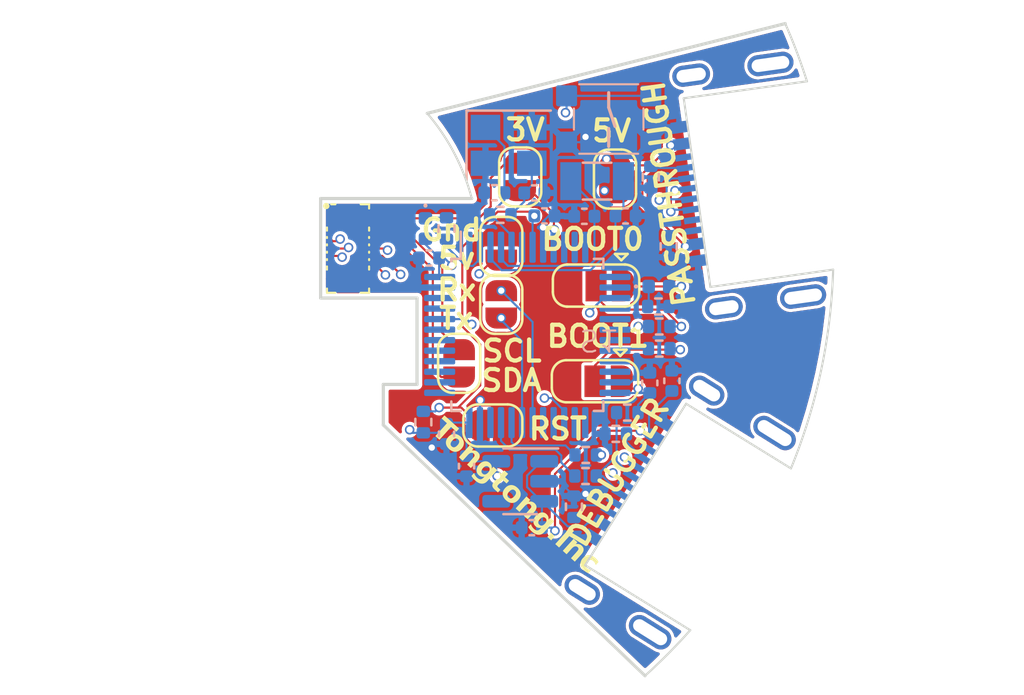
<source format=kicad_pcb>
(kicad_pcb (version 20221018) (generator pcbnew)
  (layers (0 "F.Cu" signal) (1 "In1.Cu" signal) (2 "In2.Cu" signal) (31 "B.Cu" signal) (34 "B.Paste" user) (35 "F.Paste" user) (36 "B.SilkS" user "B.Silkscreen") (37 "F.SilkS" user "F.Silkscreen") (38 "B.Mask" user) (39 "F.Mask" user) (44 "Edge.Cuts" user))
  (net 0 "")
  (net 1 "GND")
  (net 2 "/OSCIN")
  (net 3 "/OSCOUT")
  (net 4 "3.3V")
  (net 5 "Net-(JP1-A)")
  (net 6 "5V")
  (net 7 "Net-(D2-K)")
  (net 8 "Net-(J1-CC1)")
  (net 9 "/USBDP")
  (net 10 "/USBDM")
  (net 11 "Net-(J1-CC2)")
  (net 13 "/BOOT1")
  (net 14 "/BOOT0")
  (net 15 "3VB")
  (net 16 "5V(2)")
  (net 17 "Net-(J2-CC1)")
  (net 18 "Net-(U2-PC14)")
  (net 19 "Net-(U2-PC15)")
  (net 20 "Net-(D1-K)")
  (net 21 "Net-(U2-BOOT0)")
  (net 22 "Net-(U2-PB2)")
  (net 23 "Net-(U2-PC13)")
  (net 24 "Net-(U2-PA11)")
  (net 25 "Net-(U2-PA12)")
  (net 42 "/A9")
  (net 43 "/A10")
  (net 54 "D+")
  (net 55 "D-")
  (net 56 "Net-(J2-CC2)")
  (net 58 "VDD_nRF")
  (net 59 "swc")
  (net 60 "swd")
  (net 61 "RESET")
  (net 62 "SCL")
  (net 63 "SDA")
  (footprint "Jumper:SolderJumper-3_P1.3mm_Open_RoundedPad1.0x1.5mm" (layer "F.Cu") (at 145.75 61.5575 180)
    (fp_text reference "JP2" hide)
    (fp_text value "Jumper_3_Open")
  )
  (footprint "Jumper:SolderJumper-3_P1.3mm_Open_RoundedPad1.0x1.5mm" (layer "F.Cu") (at 145.7 66.1 180)
    (fp_text reference "JP3" hide)
    (fp_text value "Jumper_3_Open")
  )
  (footprint "Jumper:SolderJumper-2_P1.3mm_Open_RoundedPad1.0x1.5mm" (layer "F.Cu") (at 141.25 62.45 90)
    (fp_text reference "JP7" hide)
    (fp_text value "SolderJumper_2_Open")
  )
  (footprint "Jumper:SolderJumper-2_P1.3mm_Open_RoundedPad1.0x1.5mm" (layer "F.Cu") (at 140.85 68.2)
    (fp_text reference "JP1" hide)
    (fp_text value "SolderJumper_2_Open")
  )
  (footprint "Jumper:SolderJumper-2_P1.3mm_Bridged_RoundedPad1.0x1.5mm" (layer "F.Cu") (at 146.65 56.5 90)
    (fp_text reference "JP5" hide)
    (fp_text value "Jumper_2_Bridged")
  )
  (footprint "Jumper:SolderJumper-2_P1.3mm_Open_RoundedPad1.0x1.5mm" (layer "F.Cu") (at 139.25 65.25 90)
    (fp_text reference "JP7" hide)
    (fp_text value "SolderJumper_2_Open")
  )
  (footprint "Jumper:SolderJumper-2_P1.3mm_Open_RoundedPad1.0x1.5mm" (layer "F.Cu") (at 141.25 59.7 90)
    (fp_text reference "JP7" hide)
    (fp_text value "SolderJumper_2_Open")
  )
  (footprint "Library:BK13C06-10DS" (layer "F.Cu") (at 133.975 59.8 -90)
    (fp_text reference "U3" hide)
    (fp_text value "~")
  )
  (footprint "Jumper:SolderJumper-2_P1.3mm_Open_RoundedPad1.0x1.5mm" (layer "F.Cu") (at 142.15 56.4 90)
    (fp_text reference "JP4" hide)
    (fp_text value "Jumper_2_Open")
  )
  (footprint "Capacitor_SMD:C_0402_1005Metric" (layer "B.Cu") (at 149.35 66.08 -90)
    (fp_text reference "C1" hide)
    (fp_text value "100nF")
  )
  (footprint "Library:button 3x3" (layer "B.Cu") (at 146.35 53.65)
    (fp_text reference "S1")
    (fp_text value "Button")
  )
  (footprint "Capacitor_SMD:C_0402_1005Metric" (layer "B.Cu") (at 147.15 58.25 180)
    (fp_text reference "C3" hide)
    (fp_text value "12pF")
  )
  (footprint "Resistor_SMD:R_0402_1005Metric" (layer "B.Cu") (at 137.55 68.040001 90)
    (fp_text reference "R4" hide)
    (fp_text value "10k")
  )
  (footprint "Crystal:Crystal_SMD_3215-2Pin_3.2x1.5mm" (layer "B.Cu") (at 145.8 56.6)
    (fp_text reference "Y1" hide)
    (fp_text value "32.768KHZ")
  )
  (footprint "Resistor_SMD:R_0402_1005Metric" (layer "B.Cu") (at 147.234721 67.588413 180)
    (fp_text reference "R11" hide)
    (fp_text value "1.5K")
  )
  (footprint "Package_TO_SOT_SMD:SOT-23-5" (layer "B.Cu") (at 142.15 70.85 180)
    (fp_text reference "U1" hide)
    (fp_text value "AP2112K-3.3")
  )
  (footprint "Resistor_SMD:R_0402_1005Metric" (layer "B.Cu") (at 144.7 72.06 -90)
    (fp_text reference "R9" hide)
    (fp_text value "5.1K")
  )
  (footprint "Capacitor_SMD:C_0402_1005Metric" (layer "B.Cu") (at 142.819763 57.160534 180)
    (fp_text reference "C10" hide)
    (fp_text value "9pF")
  )
  (footprint "Capacitor_SMD:C_0402_1005Metric" (layer "B.Cu") (at 138.65 68.6 90)
    (fp_text reference "C8" hide)
    (fp_text value "100nF")
  )
  (footprint "Resistor_SMD:R_0402_1005Metric" (layer "B.Cu") (at 145.25 70.6)
    (fp_text reference "R6" hide)
    (fp_text value "22Ω")
  )
  (footprint "Capacitor_SMD:C_0402_1005Metric" (layer "B.Cu") (at 143.3 58.25 180)
    (fp_text reference "C5" hide)
    (fp_text value "100nF")
  )
  (footprint "LED_SMD:LED_0402_1005Metric" (layer "B.Cu") (at 137.65 58.85 -90)
    (fp_text reference "D1" hide)
    (fp_text value "BLUE")
  )
  (footprint "Capacitor_SMD:C_0402_1005Metric" (layer "B.Cu") (at 139.6 70.13 90)
    (fp_text reference "C6" hide)
    (fp_text value "10uF")
  )
  (footprint "Capacitor_SMD:C_0402_1005Metric" (layer "B.Cu") (at 145.194714 58.268919 180)
    (fp_text reference "C4" hide)
    (fp_text value "12pF")
  )
  (footprint "Package_QFP:LQFP-48_7x7mm_P0.5mm" (layer "B.Cu") (at 142.4875 63.9 -90)
    (fp_text reference "U2" hide)
    (fp_text value "STM32F103C8Tx")
  )
  (footprint "Resistor_SMD:R_0402_1005Metric" (layer "B.Cu") (at 148.709999 62.55)
    (fp_text reference "R8" hide)
    (fp_text value "510Ω")
  )
  (footprint "Capacitor_SMD:C_0402_1005Metric" (layer "B.Cu") (at 137.82 60.25)
    (fp_text reference "C7" hide)
    (fp_text value "100nF")
  )
  (footprint "Library:USB-C_C168688" (layer "B.Cu") (at 147.6273 71.0044 58)
    (fp_text reference "J1" hide)
    (fp_text value "USB_C_Receptacle_USB2.0")
  )
  (footprint "Capacitor_SMD:C_0402_1005Metric" (layer "B.Cu") (at 148.3 66.18 -90)
    (fp_text reference "C9" hide)
    (fp_text value "100nF")
  )
  (footprint "Crystal:Crystal_SMD_3225-4Pin_3.2x2.5mm" (layer "B.Cu") (at 141.6 54.9)
    (fp_text reference "Y2" hide)
    (fp_text value "8Mhz")
  )
  (footprint "Capacitor_SMD:C_0402_1005Metric" (layer "B.Cu") (at 142.7 73.05)
    (fp_text reference "C2" hide)
    (fp_text value "10uF")
  )
  (footprint "LED_SMD:LED_0402_1005Metric" (layer "B.Cu") (at 148.735 61.6)
    (fp_text reference "D2" hide)
    (fp_text value "BLUE")
  )
  (footprint "Capacitor_SMD:C_0402_1005Metric" (layer "B.Cu") (at 140.92 57.15)
    (fp_text reference "C11" hide)
    (fp_text value "9pF")
  )
  (footprint "Resistor_SMD:R_0402_1005Metric" (layer "B.Cu") (at 138.65 58.85 -90)
    (fp_text reference "R3" hide)
    (fp_text value "510Ω")
  )
  (footprint "Resistor_SMD:R_0402_1005Metric" (layer "B.Cu") (at 148.35 56.409999 90)
    (fp_text reference "R13" hide)
    (fp_text value "5.1K")
  )
  (footprint "Resistor_SMD:R_0402_1005Metric" (layer "B.Cu") (at 145.259999 69.6)
    (fp_text reference "R5" hide)
    (fp_text value "22Ω")
  )
  (footprint "Library:USB-C_C168688" (layer "B.Cu") (at 150.5464 57.1527 98)
    (fp_text reference "J2" hide)
    (fp_text value "USB_C_Receptacle_USB2.0")
  )
  (footprint "Resistor_SMD:R_0402_1005Metric" (layer "B.Cu") (at 148.75 64.55 180)
    (fp_text reference "R2" hide)
    (fp_text value "10k")
  )
  (footprint "Resistor_SMD:R_0402_1005Metric" (layer "B.Cu") (at 148.75 63.5 180)
    (fp_text reference "R1" hide)
    (fp_text value "10k")
  )
  (footprint "Resistor_SMD:R_0402_1005Metric" (layer "B.Cu") (at 146.685532 68.598922)
    (fp_text reference "R10" hide)
    (fp_text value "5.1K")
  )
  (footprint "Resistor_SMD:R_0402_1005Metric" (layer "B.Cu") (at 141.2 58.2 180)
    (fp_text reference "R7" hide)
    (fp_text value "1M")
  )
  (footprint "Resistor_SMD:R_0402_1005Metric" (layer "B.Cu") (at 149.2 59.7 90)
    (fp_text reference "R12" hide)
    (fp_text value "5.1K")
  )
  (gr_line (start 146.35 52.4) (end 146.35 53.1) (stroke (width 0.15)) (layer "B.SilkS"))
  (gr_line (start 146.35 54.1) (end 146.35 54.95) (stroke (width 0.15)) (layer "B.SilkS"))
  (gr_line (start 146.35 53.1) (end 146.65 54) (stroke (width 0.15)) (layer "B.SilkS"))
  (gr_line (start 149.912796 52.66442) (end 151.176938 61.624566) (stroke (width 0.1)) (layer "Edge.Cuts"))
  (gr_line (start 145.232796 74.834851) (end 150.02475 67.167412) (stroke (width 0.1)) (layer "Edge.Cuts"))
  (gr_line (start 135.649985 68.175008) (end 148.074432 80.082702) (stroke (width 0.15)) (layer "Edge.Cuts"))
  (gr_line (start 157.00666 60.800197) (end 151.176938 61.624566) (stroke (width 0.1)) (layer "Edge.Cuts"))
  (gr_line (start 132.674985 62.15) (end 132.674985 57.425008) (stroke (width 0.15)) (layer "Edge.Cuts"))
  (gr_line (start 137.249985 66.250008) (end 137.249985 62.15) (stroke (width 0.15)) (layer "Edge.Cuts"))
  (gr_arc (start 157.00666 60.800197) (mid 157.003515 60.900105) (end 157 61) (stroke (width 0.1)) (layer "Edge.Cuts"))
  (gr_arc (start 154.73045 49.118602) (mid 155.284265 50.476035) (end 155.763636 51.861509) (stroke (width 0.1)) (layer "Edge.Cuts"))
  (gr_line (start 135.649985 68.175008) (end 135.649985 66.250008) (stroke (width 0.15)) (layer "Edge.Cuts"))
  (gr_line (start 135.649985 66.250008) (end 137.249985 66.250008) (stroke (width 0.15)) (layer "Edge.Cuts"))
  (gr_line (start 150.02475 67.167412) (end 155.002941 70.239773) (stroke (width 0.1)) (layer "Edge.Cuts"))
  (gr_line (start 155.763636 51.861509) (end 149.912796 52.66442) (stroke (width 0.1)) (layer "Edge.Cuts"))
  (gr_arc (start 150.221459 77.91901) (mid 149.178563 79.031237) (end 148.074432 80.082701) (stroke (width 0.1)) (layer "Edge.Cuts"))
  (gr_arc (start 157 61) (mid 156.408707 65.707906) (end 155.002941 70.239773) (stroke (width 0.1)) (layer "Edge.Cuts"))
  (gr_arc (start 137.735616 53.38086) (mid 139.022312 55.28294) (end 139.849984 57.425008) (stroke (width 0.1)) (layer "Edge.Cuts"))
  (gr_line (start 137.735616 53.38086) (end 154.73045 49.118602) (stroke (width 0.15)) (layer "Edge.Cuts"))
  (gr_line (start 132.674985 57.425008) (end 139.849984 57.425008) (stroke (width 0.15)) (layer "Edge.Cuts"))
  (gr_line (start 150.221459 77.91901) (end 145.232796 74.834851) (stroke (width 0.1)) (layer "Edge.Cuts"))
  (gr_line (start 132.674985 62.15) (end 137.249985 62.15) (stroke (width 0.15)) (layer "Edge.Cuts"))
  (gr_text "5v" (at 138.15 60.85) (layer "F.SilkS") (effects (font (size 1 1) (thickness 0.2) bold) (justify left bottom)))
  (gr_text "5V" (at 145.45 54.8) (layer "F.SilkS") (effects (font (size 1 1) (thickness 0.2) bold) (justify left bottom)))
  (gr_text "Tongtong.inc" (at 137.75 68.6 -42) (layer "F.SilkS") (effects (font (size 1 1) (thickness 0.2) bold) (justify left bottom)))
  (gr_text "PASSTHROUGH" (at 150.55 62.55 98) (layer "F.SilkS") (effects (font (size 1 1) (thickness 0.2) bold) (justify left bottom)))
  (gr_text "RST" (at 142.45 68.95) (layer "F.SilkS") (effects (font (size 1 1) (thickness 0.2) bold) (justify left bottom)))
  (gr_text "Rx" (at 138.1 62.35) (layer "F.SilkS") (effects (font (size 1 1) (thickness 0.2) bold) (justify left bottom)))
  (gr_text "SDA" (at 140.2 66.65) (layer "F.SilkS") (effects (font (size 1 1) (thickness 0.2) bold) (justify left bottom)))
  (gr_text "SCL\n" (at 140.25 65.25) (layer "F.SilkS") (effects (font (size 1 1) (thickness 0.2) bold) (justify left bottom)))
  (gr_text "DEBUGGER" (at 145.2 74.2 59) (layer "F.SilkS") (effects (font (size 1 1) (thickness 0.2) bold) (justify left bottom)))
  (gr_text "Tx" (at 138.2 63.7) (layer "F.SilkS") (effects (font (size 1 1) (thickness 0.2) bold) (justify left bottom)))
  (gr_text "BOOT0" (at 143.05 59.95) (layer "F.SilkS") (effects (font (size 1 1) (thickness 0.2) bold) (justify left bottom)))
  (gr_text "BOOT1" (at 143.3 64.55) (layer "F.SilkS") (effects (font (size 1 1) (thickness 0.2) bold) (justify left bottom)))
  (gr_text "3V" (at 141.35 54.75) (layer "F.SilkS") (effects (font (size 1 1) (thickness 0.2) bold) (justify left bottom)))
  (gr_text "Gnd" (at 137.35 59.5) (layer "F.SilkS") (effects (font (size 1 1) (thickness 0.2) bold) (justify left bottom)))
  (via (at 143.233206 58.795658) (size 0.45) (drill 0.3) (layers "F.Cu" "B.Cu") (net 1))
  (via (at 145.25 71.45) (size 0.45) (drill 0.3) (layers "F.Cu" "B.Cu") (net 1))
  (via (at 140.25 67) (size 0.45) (drill 0.3) (layers "F.Cu" "B.Cu") (net 1))
  (via (at 145.25 54.5) (size 0.45) (drill 0.3) (layers "F.Cu" "B.Cu") (net 1))
  (via (at 137.95 69.25) (size 0.45) (drill 0.3) (layers "F.Cu" "B.Cu") (net 1))
  (segment (start 143.233206 58.795658) (end 143.233206 58.516794) (width 0.1) (layer "B.Cu") (net 1))
  (segment (start 140.2375 67.0125) (end 140.25 67) (width 0.1) (layer "B.Cu") (net 1))
  (segment (start 146.65 66.15) (end 147.4 66.15) (width 0.1) (layer "B.Cu") (net 1))
  (segment (start 138.12 69.08) (end 137.95 69.25) (width 0.1) (layer "B.Cu") (net 1))
  (segment (start 144 70.85) (end 144.7 71.55) (width 0.1) (layer "B.Cu") (net 1))
  (segment (start 143.5 58.25) (end 143.78 58.25) (width 0.1) (layer "B.Cu") (net 1))
  (segment (start 138.65 69.08) (end 138.12 69.08) (width 0.1) (layer "B.Cu") (net 1))
  (segment (start 144.7 71.55) (end 145.15 71.55) (width 0.1) (layer "B.Cu") (net 1))
  (segment (start 145 54.75) (end 145.25 54.5) (width 0.1) (layer "B.Cu") (net 1))
  (segment (start 140.2375 68.0625) (end 140.2375 67.0125) (width 0.1) (layer "B.Cu") (net 1))
  (segment (start 144.35 54.75) (end 145 54.75) (width 0.1) (layer "B.Cu") (net 1))
  (segment (start 143.2375 58.799952) (end 143.233206 58.795658) (width 0.1) (layer "B.Cu") (net 1))
  (segment (start 143.233206 58.516794) (end 143.5 58.25) (width 0.1) (layer "B.Cu") (net 1))
  (segment (start 143.2875 70.85) (end 144 70.85) (width 0.1) (layer "B.Cu") (net 1))
  (segment (start 147.4 66.15) (end 147.85 65.7) (width 0.1) (layer "B.Cu") (net 1))
  (segment (start 145.15 71.55) (end 145.25 71.45) (width 0.1) (layer "B.Cu") (net 1))
  (segment (start 143.2375 59.7375) (end 143.2375 58.799952) (width 0.1) (layer "B.Cu") (net 1))
  (segment (start 147.85 65.7) (end 148.3 65.7) (width 0.1) (layer "B.Cu") (net 1))
  (segment (start 141.71 58.2) (end 142.2375 58.7275) (width 0.1) (layer "B.Cu") (net 2))
  (segment (start 142.2375 58.7275) (end 142.2375 59.7375) (width 0.1) (layer "B.Cu") (net 2))
  (segment (start 142.339763 57.160534) (end 142.7 56.800297) (width 0.1) (layer "B.Cu") (net 2))
  (segment (start 142.7 56.800297) (end 142.7 55.75) (width 0.1) (layer "B.Cu") (net 2))
  (segment (start 141.71 58.2) (end 142.339763 57.570237) (width 0.1) (layer "B.Cu") (net 2))
  (segment (start 142.339763 57.570237) (end 142.339763 57.160534) (width 0.1) (layer "B.Cu") (net 2))
  (segment (start 141.4 57.49) (end 141.4 57.15) (width 0.1) (layer "B.Cu") (net 3))
  (segment (start 141.7375 59.181802) (end 140.755698 58.2) (width 0.1) (layer "B.Cu") (net 3))
  (segment (start 141.4 57.15) (end 141.4 54.95) (width 0.1) (layer "B.Cu") (net 3))
  (segment (start 141.7375 59.7375) (end 141.7375 59.181802) (width 0.1) (layer "B.Cu") (net 3))
  (segment (start 140.69 58.2) (end 141.4 57.49) (width 0.1) (layer "B.Cu") (net 3))
  (segment (start 140.755698 58.2) (end 140.69 58.2) (width 0.1) (layer "B.Cu") (net 3))
  (segment (start 141.4 54.95) (end 140.5 54.05) (width 0.1) (layer "B.Cu") (net 3))
  (segment (start 147.75 66.45) (end 147.35 66.45) (width 0.1) (layer "F.Cu") (net 4))
  (segment (start 147.05 61.5575) (end 147.0925 61.6) (width 0.1) (layer "F.Cu") (net 4))
  (segment (start 143.75 58.15) (end 143.75 58.9) (width 0.1) (layer "F.Cu") (net 4))
  (segment (start 142.15 57.05) (end 142.65 57.05) (width 0.1) (layer "F.Cu") (net 4))
  (segment (start 142.65 57.05) (end 143.75 58.15) (width 0.1) (layer "F.Cu") (net 4))
  (segment (start 147.0925 61.6) (end 149.8 61.6) (width 0.1) (layer "F.Cu") (net 4))
  (segment (start 147.35 66.45) (end 147 66.1) (width 0.1) (layer "F.Cu") (net 4))
  (via (at 138.9 60.6) (size 0.45) (drill 0.3) (layers "F.Cu" "B.Cu") (net 4))
  (via (at 141.05 70.6) (size 0.45) (drill 0.3) (layers "F.Cu" "B.Cu") (net 4))
  (via (at 143.771839 58.904409) (size 0.45) (drill 0.3) (layers "F.Cu" "B.Cu") (net 4))
  (via (at 147.75 66.45) (size 0.45) (drill 0.3) (layers "F.Cu" "B.Cu") (net 4))
  (via (at 149.8 61.6) (size 0.45) (drill 0.3) (layers "F.Cu" "B.Cu") (net 4))
  (via (at 136.9 68.4) (size 0.45) (drill 0.3) (layers "F.Cu" "B.Cu") (net 4))
  (segment (start 139.6 68.2) (end 139.7375 68.0625) (width 0.1) (layer "B.Cu") (net 4))
  (segment (start 138.65 68.12) (end 138.7075 68.0625) (width 0.1) (layer "B.Cu") (net 4))
  (segment (start 137.050001 68.550001) (end 136.9 68.4) (width 0.1) (layer "B.Cu") (net 4))
  (segment (start 147.96 66.66) (end 147.75 66.45) (width 0.1) (layer "B.Cu") (net 4))
  (segment (start 137.55 68.550001) (end 137.050001 68.550001) (width 0.1) (layer "B.Cu") (net 4))
  (segment (start 149.22 61.6) (end 149.8 61.6) (width 0.1) (layer "B.Cu") (net 4))
  (segment (start 146.66 66.66) (end 146.65 66.65) (width 0.1) (layer "B.Cu") (net 4))
  (segment (start 137.65 59.335) (end 137.65 59.6) (width 0.1) (layer "B.Cu") (net 4))
  (segment (start 138.3 61.125) (end 138.325 61.15) (width 0.1) (layer "B.Cu") (net 4))
  (segment (start 141.0125 69.9) (end 141.0125 70.5625) (width 0.1) (layer "B.Cu") (net 4))
  (segment (start 148.3 66.66) (end 147.96 66.66) (width 0.1) (layer "B.Cu") (net 4))
  (segment (start 138.3 60.25) (end 138.55 60.25) (width 0.1) (layer "B.Cu") (net 4))
  (segment (start 139.6 69.65) (end 139.85 69.9) (width 0.1) (layer "B.Cu") (net 4))
  (segment (start 138.7075 68.0625) (end 139.7375 68.0625) (width 0.1) (layer "B.Cu") (net 4))
  (segment (start 143.7375 59.7375) (end 143.7375 58.938748) (width 0.1) (layer "B.Cu") (net 4))
  (segment (start 139.85 69.9) (end 141.0125 69.9) (width 0.1) (layer "B.Cu") (net 4))
  (segment (start 137.55 68.550001) (end 138.219999 68.550001) (width 0.1) (layer "B.Cu") (net 4))
  (segment (start 147.744721 67.215279) (end 148.3 66.66) (width 0.1) (layer "B.Cu") (net 4))
  (segment (start 137.65 59.6) (end 138.3 60.25) (width 0.1) (layer "B.Cu") (net 4))
  (segment (start 141.0125 70.5625) (end 141.05 70.6) (width 0.1) (layer "B.Cu") (net 4))
  (segment (start 138.219999 68.550001) (end 138.65 68.12) (width 0.1) (layer "B.Cu") (net 4))
  (segment (start 138.3 60.25) (end 138.3 61.125) (width 0.1) (layer "B.Cu") (net 4))
  (segment (start 139.6 69.65) (end 139.6 68.2) (width 0.1) (layer "B.Cu") (net 4))
  (segment (start 148.3 66.66) (end 146.66 66.66) (width 0.1) (layer "B.Cu") (net 4))
  (segment (start 147.744721 67.588413) (end 147.744721 67.215279) (width 0.1) (layer "B.Cu") (net 4))
  (segment (start 143.7375 58.938748) (end 143.771839 58.904409) (width 0.1) (layer "B.Cu") (net 4))
  (segment (start 138.55 60.25) (end 138.9 60.6) (width 0.1) (layer "B.Cu") (net 4))
  (segment (start 139.2 67.35) (end 140.25 66.3) (width 0.1) (layer "F.Cu") (net 5))
  (segment (start 139.35 67.35) (end 138.3 67.35) (width 0.1) (layer "F.Cu") (net 5))
  (segment (start 139.4 59.730761) (end 141.080761 58.05) (width 0.1) (layer "F.Cu") (net 5))
  (segment (start 140.25 66.3) (end 140.25 64.35) (width 0.1) (layer "F.Cu") (net 5))
  (segment (start 140.25 64.35) (end 139.4 63.5) (width 0.1) (layer "F.Cu") (net 5))
  (segment (start 140.2 68.2) (end 139.35 67.35) (width 0.1) (layer "F.Cu") (net 5))
  (segment (start 139.4 63.5) (end 139.4 59.730761) (width 0.1) (layer "F.Cu") (net 5))
  (segment (start 138.3 67.35) (end 139.2 67.35) (width 0.1) (layer "F.Cu") (net 5))
  (segment (start 142.62 58.05) (end 142.82 58.25) (width 0.1) (layer "F.Cu") (net 5))
  (segment (start 141.080761 58.05) (end 142.62 58.05) (width 0.1) (layer "F.Cu") (net 5))
  (via (at 142.82 58.25) (size 0.45) (drill 0.3) (layers "F.Cu" "B.Cu") (net 5))
  (via (at 138.3 67.35) (size 0.45) (drill 0.3) (layers "F.Cu" "B.Cu") (net 5))
  (segment (start 137.55 67.530001) (end 138.119999 67.530001) (width 0.1) (layer "B.Cu") (net 5))
  (segment (start 142.7375 58.3325) (end 142.7375 59.7375) (width 0.1) (layer "B.Cu") (net 5))
  (segment (start 138.119999 67.530001) (end 138.3 67.35) (width 0.1) (layer "B.Cu") (net 5))
  (segment (start 142.82 58.25) (end 142.7375 58.3325) (width 0.1) (layer "B.Cu") (net 5))
  (segment (start 145.85 68.45) (end 143.8 70.5) (width 0.1) (layer "F.Cu") (net 6))
  (segment (start 143.8 70.5) (end 143.8 73.2) (width 0.1) (layer "F.Cu") (net 6))
  (segment (start 140.85 60.35) (end 140.2 61) (width 0.1) (layer "F.Cu") (net 6))
  (segment (start 141.25 60.35) (end 140.85 60.35) (width 0.1) (layer "F.Cu") (net 6))
  (segment (start 147.85 68.45) (end 145.85 68.45) (width 0.1) (layer "F.Cu") (net 6))
  (via (at 147.85 68.45) (size 0.45) (drill 0.3) (layers "F.Cu" "B.Cu") (net 6))
  (via (at 143.8 73.2) (size 0.45) (drill 0.3) (layers "F.Cu" "B.Cu") (net 6))
  (via (at 146.15 57.05) (size 0.45) (drill 0.3) (layers "F.Cu" "B.Cu") (net 6))
  (via (at 140.2 61) (size 0.45) (drill 0.3) (layers "F.Cu" "B.Cu") (net 6))
  (segment (start 143.18 73.05) (end 143.65 73.05) (width 0.1) (layer "B.Cu") (net 6))
  (segment (start 148.266954 67.643046) (end 149.35 66.56) (width 0.1) (layer "B.Cu") (net 6))
  (segment (start 143.150736 71.8) (end 142.475 71.124264) (width 0.1) (layer "B.Cu") (net 6))
  (segment (start 148.266954 68.471074) (end 148.266954 67.643046) (width 0.1) (layer "B.Cu") (net 6))
  (segment (start 143.150736 69.9) (end 143.2875 69.9) (width 0.1) (layer "B.Cu") (net 6))
  (segment (start 148.557237 68.761357) (end 148.266954 68.471074) (width 0.1) (layer "B.Cu") (net 6))
  (segment (start 148.161357 68.761357) (end 147.85 68.45) (width 0.1) (layer "B.Cu") (net 6))
  (segment (start 145.190095 72.990095) (end 145.348202 72.831988) (width 0.1) (layer "B.Cu") (net 6))
  (segment (start 144.397044 72.990095) (end 145.190095 72.990095) (width 0.1) (layer "B.Cu") (net 6))
  (segment (start 143.65 73.05) (end 143.8 73.2) (width 0.1) (layer "B.Cu") (net 6))
  (segment (start 142.475 71.124264) (end 142.475 70.575736) (width 0.1) (layer "B.Cu") (net 6))
  (segment (start 148.557237 68.761357) (end 148.161357 68.761357) (width 0.1) (layer "B.Cu") (net 6))
  (segment (start 143.18 73.05) (end 143.18 71.9075) (width 0.1) (layer "B.Cu") (net 6))
  (segment (start 143.2875 71.8) (end 143.150736 71.8) (width 0.1) (layer "B.Cu") (net 6))
  (segment (start 143.2875 71.880551) (end 144.397044 72.990095) (width 0.1) (layer "B.Cu") (net 6))
  (segment (start 145.348202 72.831988) (end 146.013625 72.831988) (width 0.1) (layer "B.Cu") (net 6))
  (segment (start 142.475 70.575736) (end 143.150736 69.9) (width 0.1) (layer "B.Cu") (net 6))
  (segment (start 143.18 71.9075) (end 143.2875 71.8) (width 0.1) (layer "B.Cu") (net 6))
  (segment (start 143.2875 71.8) (end 143.2875 71.880551) (width 0.1) (layer "B.Cu") (net 6))
  (segment (start 148.25 61.6) (end 148.25 62.499999) (width 0.1) (layer "B.Cu") (net 7))
  (segment (start 148.25 62.499999) (end 148.199999 62.55) (width 0.1) (layer "B.Cu") (net 7))
  (segment (start 147.195532 68.598922) (end 147.195532 68.984314) (width 0.1) (layer "B.Cu") (net 8))
  (segment (start 147.195532 68.984314) (end 147.94783 69.736612) (width 0.1) (layer "B.Cu") (net 8))
  (segment (start 146.055283 70.6) (end 146.887992 71.432709) (width 0.1) (layer "B.Cu") (net 9))
  (segment (start 146.724721 69.891471) (end 147.417911 70.584661) (width 0.1) (layer "B.Cu") (net 9))
  (segment (start 146.724721 67.588413) (end 146.724721 69.891471) (width 0.1) (layer "B.Cu") (net 9))
  (segment (start 145.76 70.6) (end 146.724721 69.635279) (width 0.1) (layer "B.Cu") (net 9))
  (segment (start 145.76 70.6) (end 146.055283 70.6) (width 0.1) (layer "B.Cu") (net 9))
  (via (at 146 69.6) (size 0.45) (drill 0.3) (layers "F.Cu" "B.Cu") (net 10))
  (via (at 146.55 70.45) (size 0.45) (drill 0.3) (layers "F.Cu" "B.Cu") (net 10))
  (via (at 147.1 69.7) (size 0.45) (drill 0.3) (layers "F.Cu" "B.Cu") (net 10))
  (segment (start 147.560636 70.160636) (end 147.1 69.7) (width 0.1) (layer "B.Cu") (net 10))
  (segment (start 147.682871 70.160636) (end 147.560636 70.160636) (width 0.1) (layer "B.Cu") (net 10))
  (segment (start 145.769999 69.6) (end 146 69.6) (width 0.1) (layer "B.Cu") (net 10))
  (segment (start 147.152951 71.008685) (end 147.108685 71.008685) (width 0.1) (layer "B.Cu") (net 10))
  (segment (start 147.108685 71.008685) (end 146.55 70.45) (width 0.1) (layer "B.Cu") (net 10))
  (segment (start 146.06779 71.990475) (end 146.358072 72.280757) (width 0.1) (layer "B.Cu") (net 11))
  (segment (start 144.7 72.57) (end 145.279525 71.990475) (width 0.1) (layer "B.Cu") (net 11))
  (segment (start 145.279525 71.990475) (end 146.06779 71.990475) (width 0.1) (layer "B.Cu") (net 11))
  (segment (start 146.45 64.6) (end 145.7 65.35) (width 0.1) (layer "F.Cu") (net 13))
  (segment (start 149.75 64.6) (end 146.45 64.6) (width 0.1) (layer "F.Cu") (net 13))
  (segment (start 145.7 65.35) (end 145.7 66.1) (width 0.1) (layer "F.Cu") (net 13))
  (via (at 149.75 64.6) (size 0.45) (drill 0.3) (layers "F.Cu" "B.Cu") (net 13))
  (segment (start 149.26 64.55) (end 149.7 64.55) (width 0.1) (layer "B.Cu") (net 13))
  (segment (start 149.7 64.55) (end 149.75 64.6) (width 0.1) (layer "B.Cu") (net 13))
  (segment (start 145.75 62.1) (end 146.35 62.7) (width 0.1) (layer "F.Cu") (net 14))
  (segment (start 146.35 62.7) (end 149 62.7) (width 0.1) (layer "F.Cu") (net 14))
  (segment (start 149 62.7) (end 149.8 63.5) (width 0.1) (layer "F.Cu") (net 14))
  (segment (start 145.75 62.15) (end 145.75 61.5575) (width 0.1) (layer "F.Cu") (net 14))
  (segment (start 145.75 61.5575) (end 145.75 62.1) (width 0.1) (layer "F.Cu") (net 14))
  (via (at 149.8 63.5) (size 0.45) (drill 0.3) (layers "F.Cu" "B.Cu") (net 14))
  (segment (start 149.26 63.5) (end 149.8 63.5) (width 0.1) (layer "B.Cu") (net 14))
  (segment (start 134.55 59.69) (end 134.66 59.8) (width 0.1) (layer "F.Cu") (net 16))
  (segment (start 147.95 56.25) (end 148.35 55.85) (width 0.1) (layer "F.Cu") (net 16))
  (segment (start 149.3 54.9) (end 148.35 55.85) (width 0.1) (layer "F.Cu") (net 16))
  (segment (start 150 59.7) (end 147.95 57.65) (width 0.1) (layer "F.Cu") (net 16))
  (segment (start 133.0875 59.1) (end 133.2875 58.9) (width 0.1) (layer "F.Cu") (net 16))
  (segment (start 134 58.9) (end 134.55 59.45) (width 0.1) (layer "F.Cu") (net 16))
  (segment (start 135.7745 59.8) (end 135.85 59.8755) (width 0.1) (layer "F.Cu") (net 16))
  (segment (start 134.66 59.8) (end 134.8625 59.8) (width 0.1) (layer "F.Cu") (net 16))
  (segment (start 134.8625 59.8) (end 135.7745 59.8) (width 0.1) (layer "F.Cu") (net 16))
  (segment (start 148.35 55.85) (end 146.65 55.85) (width 0.1) (layer "F.Cu") (net 16))
  (segment (start 133.2875 58.9) (end 134 58.9) (width 0.1) (layer "F.Cu") (net 16))
  (segment (start 147.95 57.65) (end 147.95 56.25) (width 0.1) (layer "F.Cu") (net 16))
  (segment (start 134.55 59.45) (end 134.55 59.69) (width 0.1) (layer "F.Cu") (net 16))
  (via (at 135.85 59.8755) (size 0.45) (drill 0.3) (layers "F.Cu" "B.Cu") (net 16))
  (via (at 150 59.7) (size 0.45) (drill 0.3) (layers "F.Cu" "B.Cu") (net 16))
  (via (at 149.3 54.9) (size 0.45) (drill 0.3) (layers "F.Cu" "B.Cu") (net 16))
  (via (at 146.25 55.55) (size 0.45) (drill 0.3) (layers "F.Cu" "B.Cu") (net 16))
  (segment (start 150.485004 59.589964) (end 150.110036 59.589964) (width 0.1) (layer "B.Cu") (net 16))
  (segment (start 149.363323 54.836677) (end 149.3 54.9) (width 0.1) (layer "B.Cu") (net 16))
  (segment (start 149.816973 54.836677) (end 149.363323 54.836677) (width 0.1) (layer "B.Cu") (net 16))
  (segment (start 150.110036 59.589964) (end 150 59.7) (width 0.1) (layer "B.Cu") (net 16))
  (segment (start 148.35 55.899999) (end 148.425486 55.975485) (width 0.1) (layer "B.Cu") (net 17))
  (segment (start 148.425486 55.975485) (end 149.977022 55.975485) (width 0.1) (layer "B.Cu") (net 17))
  (segment (start 146.67 59.64354) (end 145.488541 60.825) (width 0.1) (layer "B.Cu") (net 18))
  (segment (start 145.488541 60.825) (end 141.269302 60.825) (width 0.1) (layer "B.Cu") (net 18))
  (segment (start 141.269302 60.825) (end 140.7375 60.293198) (width 0.1) (layer "B.Cu") (net 18))
  (segment (start 146.67 58.25) (end 146.67 59.64354) (width 0.1) (layer "B.Cu") (net 18))
  (segment (start 147.05 56.6) (end 147.05 57.87) (width 0.1) (layer "B.Cu") (net 18))
  (segment (start 140.7375 60.293198) (end 140.7375 59.7375) (width 0.1) (layer "B.Cu") (net 18))
  (segment (start 147.05 57.87) (end 146.67 58.25) (width 0.1) (layer "B.Cu") (net 18))
  (segment (start 145.674714 57.724714) (end 145.674714 58.268919) (width 0.1) (layer "B.Cu") (net 19))
  (segment (start 141.2375 60.293198) (end 141.2375 59.7375) (width 0.1) (layer "B.Cu") (net 19))
  (segment (start 145.674714 58.268919) (end 145.674714 60.355984) (width 0.1) (layer "B.Cu") (net 19))
  (segment (start 141.569302 60.625) (end 141.2375 60.293198) (width 0.1) (layer "B.Cu") (net 19))
  (segment (start 145.405698 60.625) (end 141.569302 60.625) (width 0.1) (layer "B.Cu") (net 19))
  (segment (start 144.55 56.6) (end 145.674714 57.724714) (width 0.1) (layer "B.Cu") (net 19))
  (segment (start 145.674714 60.355984) (end 145.405698 60.625) (width 0.1) (layer "B.Cu") (net 19))
  (segment (start 138.65 58.34) (end 137.675 58.34) (width 0.1) (layer "B.Cu") (net 20))
  (segment (start 137.675 58.34) (end 137.65 58.365) (width 0.1) (layer "B.Cu") (net 20))
  (via (at 147.75 63.5) (size 0.45) (drill 0.3) (layers "F.Cu" "B.Cu") (net 21))
  (via (at 139.85 63.4) (size 0.45) (drill 0.3) (layers "F.Cu" "B.Cu") (net 21))
  (segment (start 138.325 63.15) (end 139.6 63.15) (width 0.1) (layer "B.Cu") (net 21))
  (segment (start 148.24 63.5) (end 147.75 63.5) (width 0.1) (layer "B.Cu") (net 21))
  (segment (start 139.6 63.15) (end 139.85 63.4) (width 0.1) (layer "B.Cu") (net 21))
  (segment (start 146.75 64.55) (end 146.65 64.65) (width 0.1) (layer "B.Cu") (net 22))
  (segment (start 148.24 64.55) (end 146.75 64.55) (width 0.1) (layer "B.Cu") (net 22))
  (segment (start 140.2375 60.293198) (end 140.2375 59.7375) (width 0.1) (layer "B.Cu") (net 23))
  (segment (start 138.65 59.36) (end 138.65 59.705698) (width 0.1) (layer "B.Cu") (net 23))
  (segment (start 139.569302 60.625) (end 139.905698 60.625) (width 0.1) (layer "B.Cu") (net 23))
  (segment (start 138.65 59.705698) (end 139.569302 60.625) (width 0.1) (layer "B.Cu") (net 23))
  (segment (start 139.905698 60.625) (end 140.2375 60.293198) (width 0.1) (layer "B.Cu") (net 23))
  (segment (start 141.9 69.15) (end 144.299999 69.15) (width 0.1) (layer "B.Cu") (net 24))
  (segment (start 144.299999 69.15) (end 144.749999 69.6) (width 0.1) (layer "B.Cu") (net 24))
  (segment (start 141.7375 68.0625) (end 141.7375 68.9875) (width 0.1) (layer "B.Cu") (net 24))
  (segment (start 141.7375 68.9875) (end 141.9 69.15) (width 0.1) (layer "B.Cu") (net 24))
  (segment (start 144.74 70.6) (end 144.1 69.96) (width 0.1) (layer "B.Cu") (net 25))
  (segment (start 144.1 69.96) (end 144.1 69.625736) (width 0.1) (layer "B.Cu") (net 25))
  (segment (start 141.65 69.35) (end 141.2375 68.9375) (width 0.1) (layer "B.Cu") (net 25))
  (segment (start 141.2375 68.9375) (end 141.2375 68.0625) (width 0.1) (layer "B.Cu") (net 25))
  (segment (start 143.824264 69.35) (end 141.65 69.35) (width 0.1) (layer "B.Cu") (net 25))
  (segment (start 144.1 69.625736) (end 143.824264 69.35) (width 0.1) (layer "B.Cu") (net 25))
  (via (at 141.25 61.8) (size 0.45) (drill 0.3) (layers "F.Cu" "B.Cu") (net 42))
  (segment (start 142.7375 63.2875) (end 141.25 61.8) (width 0.1) (layer "B.Cu") (net 42))
  (segment (start 142.7375 68.0625) (end 142.7375 63.2875) (width 0.1) (layer "B.Cu") (net 42))
  (via (at 141.25 63.1) (size 0.45) (drill 0.3) (layers "F.Cu" "B.Cu") (net 43))
  (segment (start 141.25 63.2) (end 141.25 63.1) (width 0.1) (layer "B.Cu") (net 43))
  (segment (start 142.2375 64.1875) (end 142.2375 68.0625) (width 0.1) (layer "B.Cu") (net 43))
  (segment (start 142.2375 64.1875) (end 141.25 63.2) (width 0.1) (layer "B.Cu") (net 43))
  (segment (start 135.594169 60.15) (end 134.8625 60.15) (width 0.1) (layer "F.Cu") (net 54))
  (segment (start 136.472084 61.027916) (end 135.594169 60.15) (width 0.1) (layer "F.Cu") (net 54))
  (segment (start 149.3 57.2) (end 149.45 57.05) (width 0.1) (layer "F.Cu") (net 54))
  (segment (start 149.3 58.05) (end 149.3 57.2) (width 0.1) (layer "F.Cu") (net 54))
  (via (at 136.472084 61.027916) (size 0.45) (drill 0.3) (layers "F.Cu" "B.Cu") (net 54))
  (via (at 149.5 57.05) (size 0.45) (drill 0.3) (layers "F.Cu" "B.Cu") (net 54))
  (via (at 149.3 58.05) (size 0.45) (drill 0.3) (layers "F.Cu" "B.Cu") (net 54))
  (segment (start 150.116195 56.965754) (end 149.584246 56.965754) (width 0.1) (layer "B.Cu") (net 54))
  (segment (start 149.584246 56.965754) (end 149.5 57.05) (width 0.1) (layer "B.Cu") (net 54))
  (segment (start 149.393978 57.956022) (end 149.3 58.05) (width 0.1) (layer "B.Cu") (net 54))
  (segment (start 150.255368 57.956022) (end 149.393978 57.956022) (width 0.1) (layer "B.Cu") (net 54))
  (segment (start 135.75 61.05) (end 135.2 60.5) (width 0.1) (layer "F.Cu") (net 55))
  (segment (start 135.2 60.5) (end 134.8625 60.5) (width 0.1) (layer "F.Cu") (net 55))
  (via (at 135.75 61.05) (size 0.45) (drill 0.3) (layers "F.Cu" "B.Cu") (net 55))
  (via (at 148.75 57.5) (size 0.45) (drill 0.3) (layers "F.Cu" "B.Cu") (net 55))
  (segment (start 149.1 56.7) (end 149.32938 56.47062) (width 0.1) (layer "B.Cu") (net 55))
  (segment (start 148.9 57.5) (end 148.75 57.5) (width 0.1) (layer "B.Cu") (net 55))
  (segment (start 149.1 57.3) (end 149.1 56.7) (width 0.1) (layer "B.Cu") (net 55))
  (segment (start 149.260888 57.460888) (end 149.1 57.3) (width 0.1) (layer "B.Cu") (net 55))
  (segment (start 150.185782 57.460888) (end 149.260888 57.460888) (width 0.1) (layer "B.Cu") (net 55))
  (segment (start 149.32938 56.47062) (end 150.046609 56.47062) (width 0.1) (layer "B.Cu") (net 55))
  (segment (start 149.1 57.3) (end 148.9 57.5) (width 0.1) (layer "B.Cu") (net 55))
  (segment (start 149.2 59.19) (end 149.44371 58.94629) (width 0.1) (layer "B.Cu") (net 56))
  (segment (start 149.44371 58.94629) (end 150.394542 58.94629) (width 0.1) (layer "B.Cu") (net 56))
  (segment (start 140.75 57.8) (end 140.75 56.45) (width 0.1) (layer "F.Cu") (net 58))
  (segment (start 134.9075 58.365) (end 140.185 58.365) (width 0.1) (layer "F.Cu") (net 58))
  (segment (start 140.185 58.365) (end 140.75 57.8) (width 0.1) (layer "F.Cu") (net 58))
  (segment (start 140.75 56.45) (end 141.45 55.75) (width 0.1) (layer "F.Cu") (net 58))
  (segment (start 141.45 55.75) (end 142.15 55.75) (width 0.1) (layer "F.Cu") (net 58))
  (segment (start 133.395 58.365) (end 133.975 57.785) (width 0.1) (layer "F.Cu") (net 58))
  (segment (start 133.0425 58.365) (end 133.395 58.365) (width 0.1) (layer "F.Cu") (net 58))
  (segment (start 134.555 58.365) (end 134.9075 58.365) (width 0.1) (layer "F.Cu") (net 58))
  (segment (start 133.975 57.785) (end 134.555 58.365) (width 0.1) (layer "F.Cu") (net 58))
  (segment (start 133.0875 59.45) (end 133.5 59.45) (width 0.1) (layer "F.Cu") (net 59))
  (segment (start 133.5 59.45) (end 133.6 59.35) (width 0.1) (layer "F.Cu") (net 59))
  (via (at 133.6 59.35) (size 0.45) (drill 0.3) (layers "F.Cu" "B.Cu") (net 59))
  (via (at 145.45 62.85) (size 0.45) (drill 0.3) (layers "F.Cu" "B.Cu") (net 59))
  (segment (start 146.65 62.15) (end 146.094302 62.15) (width 0.1) (layer "B.Cu") (net 59))
  (segment (start 145.45 62.794302) (end 145.45 62.85) (width 0.1) (layer "B.Cu") (net 59))
  (segment (start 146.094302 62.15) (end 145.45 62.794302) (width 0.1) (layer "B.Cu") (net 59))
  (segment (start 133.0875 59.8) (end 133.95 59.8) (width 0.1) (layer "F.Cu") (net 60))
  (segment (start 133.95 59.8) (end 134 59.75) (width 0.1) (layer "F.Cu") (net 60))
  (via (at 134 59.75) (size 0.45) (drill 0.3) (layers "F.Cu" "B.Cu") (net 60))
  (via (at 143.3 66.9) (size 0.45) (drill 0.3) (layers "F.Cu" "B.Cu") (net 60))
  (segment (start 144.2375 67.506802) (end 143.630698 66.9) (width 0.1) (layer "B.Cu") (net 60))
  (segment (start 144.2375 68.0625) (end 144.2375 67.506802) (width 0.1) (layer "B.Cu") (net 60))
  (segment (start 143.630698 66.9) (end 143.3 66.9) (width 0.1) (layer "B.Cu") (net 60))
  (segment (start 133.0875 60.15) (end 133.637977 60.15) (width 0.1) (layer "F.Cu") (net 61))
  (segment (start 133.637977 60.15) (end 133.695191 60.207214) (width 0.1) (layer "F.Cu") (net 61))
  (via (at 133.695191 60.207214) (size 0.45) (drill 0.3) (layers "F.Cu" "B.Cu") (net 61))
  (via (at 144.3 53.35) (size 0.45) (drill 0.3) (layers "F.Cu" "B.Cu") (net 61))
  (segment (start 144.35 52.55) (end 144.35 53.3) (width 0.1) (layer "B.Cu") (net 61))
  (segment (start 144.35 53.3) (end 144.3 53.35) (width 0.1) (layer "B.Cu") (net 61))
  (segment (start 144.35 52.55) (end 148.35 52.55) (width 0.1) (layer "B.Cu") (net 61))
  (segment (start 138.45 60.7) (end 136.85 59.1) (width 0.1) (layer "F.Cu") (net 62))
  (segment (start 139.25 64.6) (end 138.45 63.8) (width 0.1) (layer "F.Cu") (net 62))
  (segment (start 136.85 59.1) (end 134.8625 59.1) (width 0.1) (layer "F.Cu") (net 62))
  (segment (start 138.45 63.8) (end 138.45 60.7) (width 0.1) (layer "F.Cu") (net 62))
  (segment (start 138 60.8) (end 136.65 59.45) (width 0.1) (layer "F.Cu") (net 63))
  (segment (start 138.4 65.9) (end 138 65.5) (width 0.1) (layer "F.Cu") (net 63))
  (segment (start 136.65 59.45) (end 134.8625 59.45) (width 0.1) (layer "F.Cu") (net 63))
  (segment (start 138 65.5) (end 138 60.8) (width 0.1) (layer "F.Cu") (net 63))
  (segment (start 139.25 65.9) (end 138.4 65.9) (width 0.1) (layer "F.Cu") (net 63))
  (zone (net 1) (net_name "GND") (layers "F.Cu" "In1.Cu" "B.Cu") (connect_pads (clearance 0.15)) (min_thickness 0.15) (fill yes (thermal_gap 0.15) (thermal_bridge_width 0.3))
    (polygon (pts (xy 131 48) (xy 157 48) (xy 157 81) (xy 131 81)))
  )
  (zone (net 0) (net_name "") (layer "B.Cu") (connect_pads (clearance 0)) (min_thickness 0.15)
    (keepout (tracks allowed) (vias allowed) (pads allowed) (copperpour not_allowed) (footprints allowed))
    (fill (thermal_gap 0.3) (thermal_bridge_width 0.3))
    (polygon (pts (xy 139 60.5) (xy 146 60.5) (xy 146 67.5) (xy 139 67.5)))
  )
)
</source>
